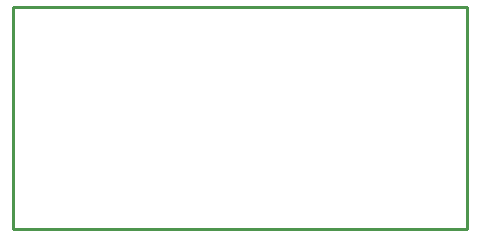
<source format=gko>
G04 Layer: BoardOutline*
G04 EasyEDA v6.4.5, 2020-09-10T16:32:17+00:00*
G04 8311660e1345463fb4ee0ea210310b8d,b97ca10cbf7f413284ca0e80e24dcd20,10*
G04 Gerber Generator version 0.2*
G04 Scale: 100 percent, Rotated: No, Reflected: No *
G04 Dimensions in inches *
G04 leading zeros omitted , absolute positions ,2 integer and 4 decimal *
%FSLAX24Y24*%
%MOIN*%
G90*
G70D02*

%ADD10C,0.010000*%
G54D10*
G01X0Y7400D02*
G01X15150Y7400D01*
G01X15150Y0D01*
G01X0Y0D01*
G01X0Y7400D01*

%LPD*%
M00*
M02*

</source>
